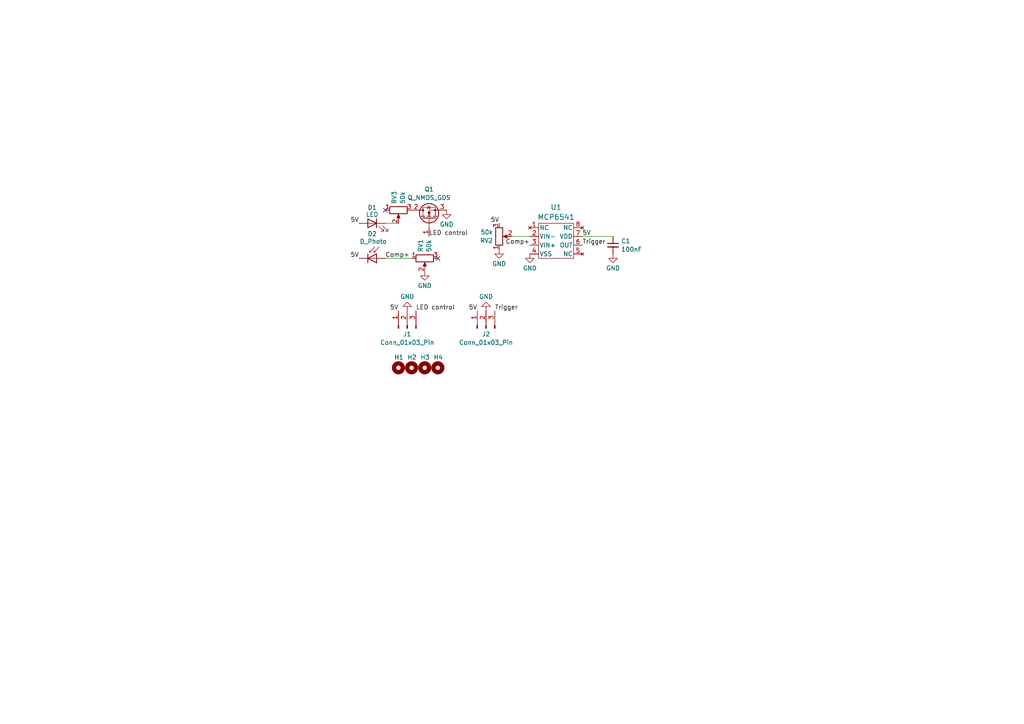
<source format=kicad_sch>
(kicad_sch (version 20231120) (generator "eeschema") (generator_version "8.0")
  (paper "A4")
  (lib_symbols
    (symbol "Connector:Conn_01x03_Pin" (pin_names (offset 1.016) hide)
      (property "Reference" "J" (at 0 5.08 0))
      (property "Value" "Conn_01x03_Pin" (at 0 -5.08 0))
      (symbol "Conn_01x03_Pin_1_1"
        (polyline (pts (xy 1.27 -2.54) (xy 0.8636 -2.54)) (stroke (width 0.1524)))
        (polyline (pts (xy 1.27 0) (xy 0.8636 0)) (stroke (width 0.1524)))
        (polyline (pts (xy 1.27 2.54) (xy 0.8636 2.54)) (stroke (width 0.1524)))
        (rectangle (start 0.8636 -2.413) (end 0 -2.667) (stroke (width 0.1524)) (fill (type outline)))
        (rectangle (start 0.8636 0.127) (end 0 -0.127) (stroke (width 0.1524)) (fill (type outline)))
        (rectangle (start 0.8636 2.667) (end 0 2.413) (stroke (width 0.1524)) (fill (type outline)))
        (pin passive line (at 5.08 2.54 180) (length 3.81) (name "Pin_1") (number "1"))
        (pin passive line (at 5.08 0 180) (length 3.81) (name "Pin_2") (number "2"))
        (pin passive line (at 5.08 -2.54 180) (length 3.81) (name "Pin_3") (number "3"))
      )
    )
    (symbol "Custom:MCP6541" (pin_names (offset 0.254))
      (property "Reference" "U" (at 12.7 7.112 0))
      (property "Value" "MCP6541" (at 12.7 4.572 0))
      (symbol "MCP6541_1_1"
        (rectangle (start 7.62 1.27) (end 17.78 -8.89))
        (pin no_connect line (at 5.08 0 0) (length 2.54) (name "NC") (number "1"))
        (pin input line (at 5.08 -2.54 0) (length 2.54) (name "VIN-") (number "2"))
        (pin input line (at 5.08 -5.08 0) (length 2.54) (name "VIN+") (number "3"))
        (pin unspecified line (at 5.08 -7.62 0) (length 2.54) (name "VSS") (number "4"))
        (pin no_connect line (at 20.32 -7.62 180) (length 2.54) (name "NC") (number "5"))
        (pin unspecified line (at 20.32 -5.08 180) (length 2.54) (name "OUT") (number "6"))
        (pin unspecified line (at 20.32 -2.54 180) (length 2.54) (name "VDD") (number "7"))
        (pin no_connect line (at 20.32 0 180) (length 2.54) (name "NC") (number "8"))
      )
    )
    (symbol "Device:C_Small" (pin_numbers hide) (pin_names (offset 0.254) hide)
      (property "Reference" "C" (at 0.254 1.778 0))
      (property "Value" "C_Small" (at 0.254 -2.032 0))
      (symbol "C_Small_0_1"
        (polyline (pts (xy -1.524 -0.508) (xy 1.524 -0.508)) (stroke (width 0.3302)))
        (polyline (pts (xy -1.524 0.508) (xy 1.524 0.508)) (stroke (width 0.3048)))
      )
      (symbol "C_Small_1_1"
        (pin passive line (at 0 2.54 270) (length 2.032) (name "~") (number "1"))
        (pin passive line (at 0 -2.54 90) (length 2.032) (name "~") (number "2"))
      )
    )
    (symbol "Device:D_Photo" (pin_numbers hide) (pin_names hide)
      (property "Reference" "D" (at 0.508 1.778 0))
      (property "Value" "D_Photo" (at -1.016 -2.794 0))
      (symbol "D_Photo_0_1"
        (polyline (pts (xy -2.54 1.27) (xy -2.54 -1.27)) (stroke (width 0.254)))
        (polyline (pts (xy -2.032 1.778) (xy -1.524 1.778)))
        (polyline (pts (xy 0 0) (xy -2.54 0)))
        (polyline (pts (xy -0.508 3.302) (xy -2.032 1.778) (xy -2.032 2.286)))
        (polyline (pts (xy 0 -1.27) (xy 0 1.27) (xy -2.54 0) (xy 0 -1.27)) (stroke (width 0.254)))
        (polyline (pts (xy 0.762 3.302) (xy -0.762 1.778) (xy -0.762 2.286) (xy -0.762 1.778) (xy -0.254 1.778)))
      )
      (symbol "D_Photo_1_1"
        (pin passive line (at -5.08 0 0) (length 2.54) (name "K") (number "1"))
        (pin passive line (at 2.54 0 180) (length 2.54) (name "A") (number "2"))
      )
    )
    (symbol "Device:LED" (pin_numbers hide) (pin_names (offset 1.016) hide)
      (property "Reference" "D" (at 0 2.54 0))
      (property "Value" "LED" (at 0 -2.54 0))
      (symbol "LED_0_1"
        (polyline (pts (xy -1.27 -1.27) (xy -1.27 1.27)) (stroke (width 0.254)))
        (polyline (pts (xy -1.27 0) (xy 1.27 0)))
        (polyline (pts (xy 1.27 -1.27) (xy 1.27 1.27) (xy -1.27 0) (xy 1.27 -1.27)) (stroke (width 0.254)))
        (polyline (pts (xy -3.048 -0.762) (xy -4.572 -2.286) (xy -3.81 -2.286) (xy -4.572 -2.286) (xy -4.572 -1.524)))
        (polyline (pts (xy -1.778 -0.762) (xy -3.302 -2.286) (xy -2.54 -2.286) (xy -3.302 -2.286) (xy -3.302 -1.524)))
      )
      (symbol "LED_1_1"
        (pin passive line (at -3.81 0 0) (length 2.54) (name "K") (number "1"))
        (pin passive line (at 3.81 0 180) (length 2.54) (name "A") (number "2"))
      )
    )
    (symbol "Device:Q_NMOS_GDS" (pin_names (offset 0) hide)
      (property "Reference" "Q" (at 5.08 1.27 0))
      (property "Value" "Q_NMOS_GDS" (at 5.08 -1.27 0))
      (symbol "Q_NMOS_GDS_0_1"
        (polyline (pts (xy 0.254 0) (xy -2.54 0)))
        (polyline (pts (xy 0.254 1.905) (xy 0.254 -1.905)) (stroke (width 0.254)))
        (polyline (pts (xy 0.762 -1.27) (xy 0.762 -2.286)) (stroke (width 0.254)))
        (polyline (pts (xy 0.762 0.508) (xy 0.762 -0.508)) (stroke (width 0.254)))
        (polyline (pts (xy 0.762 2.286) (xy 0.762 1.27)) (stroke (width 0.254)))
        (polyline (pts (xy 2.54 2.54) (xy 2.54 1.778)))
        (polyline (pts (xy 2.54 -2.54) (xy 2.54 0) (xy 0.762 0)))
        (polyline (pts (xy 0.762 -1.778) (xy 3.302 -1.778) (xy 3.302 1.778) (xy 0.762 1.778)))
        (polyline (pts (xy 1.016 0) (xy 2.032 0.381) (xy 2.032 -0.381) (xy 1.016 0)) (fill (type outline)))
        (polyline (pts (xy 2.794 0.508) (xy 2.921 0.381) (xy 3.683 0.381) (xy 3.81 0.254)))
        (polyline (pts (xy 3.302 0.381) (xy 2.921 -0.254) (xy 3.683 -0.254) (xy 3.302 0.381)))
        (circle (center 1.651 0) (radius 2.794) (stroke (width 0.254)))
        (circle (center 2.54 -1.778) (radius 0.254) (fill (type outline)))
        (circle (center 2.54 1.778) (radius 0.254) (fill (type outline)))
      )
      (symbol "Q_NMOS_GDS_1_1"
        (pin input line (at -5.08 0 0) (length 2.54) (name "G") (number "1"))
        (pin passive line (at 2.54 5.08 270) (length 2.54) (name "D") (number "2"))
        (pin passive line (at 2.54 -5.08 90) (length 2.54) (name "S") (number "3"))
      )
    )
    (symbol "Device:R_Potentiometer" (pin_names (offset 1.016) hide)
      (property "Reference" "RV" (at -4.445 0 90))
      (property "Value" "R_Potentiometer" (at -2.54 0 90))
      (symbol "R_Potentiometer_0_1"
        (polyline (pts (xy 2.54 0) (xy 1.524 0)))
        (polyline (pts (xy 1.143 0) (xy 2.286 0.508) (xy 2.286 -0.508) (xy 1.143 0)) (fill (type outline)))
        (rectangle (start 1.016 2.54) (end -1.016 -2.54) (stroke (width 0.254)))
      )
      (symbol "R_Potentiometer_1_1"
        (pin passive line (at 0 3.81 270) (length 1.27) (name "1") (number "1"))
        (pin passive line (at 3.81 0 180) (length 1.27) (name "2") (number "2"))
        (pin passive line (at 0 -3.81 90) (length 1.27) (name "3") (number "3"))
      )
    )
    (symbol "Mechanical:MountingHole" (pin_names (offset 1.016)) (exclude_from_sim yes) (in_bom no)
      (property "Reference" "H" (at 0 5.08 0))
      (property "Value" "MountingHole" (at 0 3.175 0))
      (symbol "MountingHole_0_1"
        (circle (center 0 0) (radius 1.27) (stroke (width 1.27)))
      )
    )
    (symbol "power:GND" (power) (pin_numbers hide) (pin_names (offset 0) hide)
      (property "Value" "GND" (at 0 -3.81 0))
      (symbol "GND_0_1"
        (polyline (pts (xy 0 0) (xy 0 -1.27) (xy 1.27 -1.27) (xy 0 -2.54) (xy -1.27 -1.27) (xy 0 -1.27)))
      )
      (symbol "GND_1_1"
        (pin power_in line (at 0 0 270) (length 0) (name "~") (number "1"))
      )
    )
  )
  (no_connect (at 111.76 60.96))
  (no_connect (at 127 74.93))
  (wire (pts (xy 111.76 64.77) (xy 115.57 64.77)))
  (wire (pts (xy 148.59 68.58) (xy 153.67 68.58)))
  (wire (pts (xy 111.76 74.93) (xy 119.38 74.93)))
  (wire (pts (xy 168.91 68.58) (xy 177.8 68.58)))
  (label "LED control" (at 120.65 90.17 0))
  (label "LED control" (at 124.46 68.58 0))
  (label "5V" (at 144.78 64.77 180))
  (label "Comp+" (at 153.67 71.12 180))
  (label "5V" (at 104.14 74.93 180))
  (label "5V" (at 138.43 90.17 180))
  (label "5V" (at 115.57 90.17 180))
  (label "Comp+" (at 111.76 74.93 0))
  (label "Trigger" (at 168.91 71.12 0))
  (label "5V" (at 104.14 64.77 180))
  (label "5V" (at 168.91 68.58 0))
  (label "Trigger" (at 143.51 90.17 0))
  (symbol (lib_id "Mechanical:MountingHole") (at 127 106.68 0) (unit 1) (exclude_from_sim yes) (in_bom no)
    (property "Reference" "H4" (at 125.73 103.632 0) (effects (justify left)))
    (property "Value" "MountingHole" (effects (hide yes)))
    (property "Footprint" "MountingHole:MountingHole_4.3mm_M4" (effects (hide yes)))
    (property "Datasheet" "https://www.we-online.com/components/products/datasheet/971120471.pdf" (effects (hide yes)))
    (property "Description" "Hex Standoff Threaded M4x0.7 Steel 0.472\" (12.00mm)" (effects (hide yes)))
    (property "Manufacturer" "Würth Elektronik" (effects (hide yes)))
    (property "Part" "971120471" (effects (hide yes)))
  )
  (symbol (lib_id "Mechanical:MountingHole") (at 119.38 106.68 0) (unit 1) (exclude_from_sim yes) (in_bom no)
    (property "Reference" "H2" (at 118.11 103.632 0) (effects (justify left)))
    (property "Value" "MountingHole" (effects (hide yes)))
    (property "Footprint" "MountingHole:MountingHole_4.3mm_M4" (effects (hide yes)))
    (property "Datasheet" "https://www.we-online.com/components/products/datasheet/971120471.pdf" (effects (hide yes)))
    (property "Description" "Hex Standoff Threaded M4x0.7 Steel 0.472\" (12.00mm)" (effects (hide yes)))
    (property "Manufacturer" "Würth Elektronik" (effects (hide yes)))
    (property "Part" "971120471" (effects (hide yes)))
  )
  (symbol (lib_id "Device:R_Potentiometer") (at 144.78 68.58 0) (mirror x) (unit 1)
    (property "Reference" "RV2" (at 143.002 69.7922 0) (effects (justify right)))
    (property "Value" "50k" (at 143.002 67.3679 0) (effects (justify right)))
    (property "Footprint" "Custom:TRIM_PV36W503C01B00" (effects (hide yes)))
    (property "Datasheet" "https://www.bourns.com/docs/Product-Datasheets/pv36.pdf" (effects (hide yes)))
    (property "Description" "50 kOhms 0.5W, 1/2W PC Pins Through Hole Trimmer Potentiometer Cermet 25.0 Turn Top Adjustment" (effects (hide yes)))
    (property "Manufacturer" "Bourns Inc." (effects (hide yes)))
    (property "Part" "PV36W503C01B00" (effects (hide yes)))
  )
  (symbol (lib_id "power:GND") (at 153.67 73.66 0) (unit 1)
    (property "Reference" "#PWR02" (effects (hide yes)))
    (property "Value" "GND" (at 153.67 77.7931 0))
    (property "Description" "Power symbol creates a global label with name \"GND\" , ground" (effects (hide yes)))
  )
  (symbol (lib_id "Custom:MCP6541") (at 148.59 66.04 0) (unit 1)
    (property "Reference" "U1" (at 161.29 60.1396 0) (effects (font (size 1.524 1.524))))
    (property "Value" "MCP6541" (at 161.29 62.9725 0) (effects (font (size 1.524 1.524))))
    (property "Footprint" "Custom:PDIP8_300MC_MCH" (effects (hide yes)))
    (property "Datasheet" "https://ww1.microchip.com/downloads/en/DeviceDoc/MCP6541%20Output%20SubMicroamp%20Comparators%2020001696K.pdf" (effects (hide yes)))
    (property "Description" "Comparator General Purpose CMOS, Push-Pull, Rail-to-Rail, TTL 8-PDIP" (effects (hide yes)))
    (property "Manufacturer" "Microchip Technology" (effects (hide yes)))
    (property "Part" "MCP6541-E/P" (effects (hide yes)))
  )
  (symbol (lib_id "power:GND") (at 129.54 60.96 0) (unit 1)
    (property "Reference" "#PWR05" (effects (hide yes)))
    (property "Value" "GND" (at 129.54 65.0931 0))
    (property "Description" "Power symbol creates a global label with name \"GND\" , ground" (effects (hide yes)))
  )
  (symbol (lib_id "Connector:Conn_01x03_Pin") (at 118.11 95.25 90) (unit 1)
    (property "Reference" "J1" (at 118.11 96.9193 90))
    (property "Value" "Conn_01x03_Pin" (at 118.11 99.3436 90))
    (property "Footprint" "Connector_PinHeader_2.54mm:PinHeader_1x03_P2.54mm_Vertical" (effects (hide yes)))
    (property "Datasheet" "https://cdn.amphenol-cs.com/media/wysiwyg/files/documentation/datasheet/boardwiretoboard/bwb_econostik_254headers.pdf" (effects (hide yes)))
    (property "Description" "Generic connector, single row, 01x03, script generated" (effects (hide yes)))
    (property "Manufacturer" "Amphenol ICC (FCI)" (effects (hide yes)))
    (property "Part" "10129378-903004BLF" (effects (hide yes)))
  )
  (symbol (lib_id "Device:R_Potentiometer") (at 115.57 60.96 90) (mirror x) (unit 1)
    (property "Reference" "RV3" (at 114.3578 59.182 0) (effects (justify right)))
    (property "Value" "50k" (at 116.7821 59.182 0) (effects (justify right)))
    (property "Footprint" "Custom:TRIM_PV36W503C01B00" (effects (hide yes)))
    (property "Datasheet" "https://www.bourns.com/docs/Product-Datasheets/pv36.pdf" (effects (hide yes)))
    (property "Description" "50 kOhms 0.5W, 1/2W PC Pins Through Hole Trimmer Potentiometer Cermet 25.0 Turn Top Adjustment" (effects (hide yes)))
    (property "Manufacturer" "Bourns Inc." (effects (hide yes)))
    (property "Part" "PV36W503C01B00" (effects (hide yes)))
  )
  (symbol (lib_id "power:GND") (at 118.11 90.17 180) (unit 1)
    (property "Reference" "#PWR06" (effects (hide yes)))
    (property "Value" "GND" (at 118.11 86.0369 0))
    (property "Description" "Power symbol creates a global label with name \"GND\" , ground" (effects (hide yes)))
  )
  (symbol (lib_id "power:GND") (at 144.78 72.39 0) (unit 1)
    (property "Reference" "#PWR03" (effects (hide yes)))
    (property "Value" "GND" (at 144.78 76.5231 0))
    (property "Description" "Power symbol creates a global label with name \"GND\" , ground" (effects (hide yes)))
  )
  (symbol (lib_id "Connector:Conn_01x03_Pin") (at 140.97 95.25 90) (unit 1)
    (property "Reference" "J2" (at 140.97 96.9193 90))
    (property "Value" "Conn_01x03_Pin" (at 140.97 99.3436 90))
    (property "Footprint" "Connector_PinHeader_2.54mm:PinHeader_1x03_P2.54mm_Vertical" (effects (hide yes)))
    (property "Datasheet" "https://cdn.amphenol-cs.com/media/wysiwyg/files/documentation/datasheet/boardwiretoboard/bwb_econostik_254headers.pdf" (effects (hide yes)))
    (property "Description" "Generic connector, single row, 01x03, script generated" (effects (hide yes)))
    (property "Manufacturer" "Amphenol ICC (FCI)" (effects (hide yes)))
    (property "Part" "10129378-903004BLF" (effects (hide yes)))
  )
  (symbol (lib_id "power:GND") (at 123.19 78.74 0) (unit 1)
    (property "Reference" "#PWR01" (effects (hide yes)))
    (property "Value" "GND" (at 123.19 82.8731 0))
    (property "Description" "Power symbol creates a global label with name \"GND\" , ground" (effects (hide yes)))
  )
  (symbol (lib_id "Device:R_Potentiometer") (at 123.19 74.93 90) (mirror x) (unit 1)
    (property "Reference" "RV1" (at 121.9778 73.152 0) (effects (justify right)))
    (property "Value" "50k" (at 124.4021 73.152 0) (effects (justify right)))
    (property "Footprint" "Custom:TRIM_PV36W503C01B00" (effects (hide yes)))
    (property "Datasheet" "https://www.bourns.com/docs/Product-Datasheets/pv36.pdf" (effects (hide yes)))
    (property "Description" "50 kOhms 0.5W, 1/2W PC Pins Through Hole Trimmer Potentiometer Cermet 25.0 Turn Top Adjustment" (effects (hide yes)))
    (property "Manufacturer" "Bourns Inc." (effects (hide yes)))
    (property "Part" "PV36W503C01B00" (effects (hide yes)))
  )
  (symbol (lib_id "Mechanical:MountingHole") (at 123.19 106.68 0) (unit 1) (exclude_from_sim yes) (in_bom no)
    (property "Reference" "H3" (at 121.92 103.632 0) (effects (justify left)))
    (property "Value" "MountingHole" (effects (hide yes)))
    (property "Footprint" "MountingHole:MountingHole_4.3mm_M4" (effects (hide yes)))
    (property "Datasheet" "https://www.we-online.com/components/products/datasheet/971120471.pdf" (effects (hide yes)))
    (property "Description" "Hex Standoff Threaded M4x0.7 Steel 0.472\" (12.00mm)" (effects (hide yes)))
    (property "Manufacturer" "Würth Elektronik" (effects (hide yes)))
    (property "Part" "971120471" (effects (hide yes)))
  )
  (symbol (lib_id "Device:D_Photo") (at 109.22 74.93 0) (unit 1)
    (property "Reference" "D2" (at 107.95 67.818 0))
    (property "Value" "D_Photo" (at 108.2675 70.0348 0))
    (property "Footprint" "Custom:LED_D5.0mm - nIR" (effects (hide yes)))
    (property "Datasheet" "https://look.ams-osram.com/m/3798e9afd3f63ea8/original/SFH-213-FA.pdf" (effects (hide yes)))
    (property "Description" "Photodiode" (effects (hide yes)))
    (property "Manufacturer" "ams-OSRAM USA INC." (effects (hide yes)))
    (property "Part" "SFH 213 FA" (effects (hide yes)))
  )
  (symbol (lib_id "Mechanical:MountingHole") (at 115.57 106.68 0) (unit 1) (exclude_from_sim yes) (in_bom no)
    (property "Reference" "H1" (at 114.3 103.632 0) (effects (justify left)))
    (property "Value" "MountingHole" (effects (hide yes)))
    (property "Footprint" "MountingHole:MountingHole_4.3mm_M4" (effects (hide yes)))
    (property "Datasheet" "https://www.we-online.com/components/products/datasheet/971120471.pdf" (effects (hide yes)))
    (property "Description" "Hex Standoff Threaded M4x0.7 Steel 0.472\" (12.00mm)" (effects (hide yes)))
    (property "Manufacturer" "Würth Elektronik" (effects (hide yes)))
    (property "Part" "971120471" (effects (hide yes)))
  )
  (symbol (lib_id "Device:C_Small") (at 177.8 71.12 0) (unit 1)
    (property "Reference" "C1" (at 180.1241 69.9141 0) (effects (justify left)))
    (property "Value" "100nF" (at 180.1241 72.3384 0) (effects (justify left)))
    (property "Footprint" "Capacitor_THT:C_Rect_L4.6mm_W3.0mm_P2.50mm_MKS02_FKP02" (effects (hide yes)))
    (property "Datasheet" "https://content.kemet.com/datasheets/KEM_C1050_GOLDMAX_X7R.pdf" (effects (hide yes)))
    (property "Description" "0.1 µF ±20% 50V Ceramic Capacitor X7R Radial" (effects (hide yes)))
    (property "Manufacturer" "KEMET" (effects (hide yes)))
    (property "Part" "C320C104M5R5TA" (effects (hide yes)))
  )
  (symbol (lib_id "power:GND") (at 140.97 90.17 180) (unit 1)
    (property "Reference" "#PWR07" (effects (hide yes)))
    (property "Value" "GND" (at 140.97 86.0369 0))
    (property "Description" "Power symbol creates a global label with name \"GND\" , ground" (effects (hide yes)))
  )
  (symbol (lib_id "power:GND") (at 177.8 73.66 0) (unit 1)
    (property "Reference" "#PWR04" (effects (hide yes)))
    (property "Value" "GND" (at 177.8 77.7931 0))
    (property "Description" "Power symbol creates a global label with name \"GND\" , ground" (effects (hide yes)))
  )
  (symbol (lib_id "Device:LED") (at 107.95 64.77 0) (mirror y) (unit 1)
    (property "Reference" "D1" (at 107.95 60.198 0))
    (property "Value" "LED" (at 107.95 62.23 0))
    (property "Footprint" "Custom:TO-46-2 - nIR" (effects (hide yes)))
    (property "Datasheet" "https://look.ams-osram.com/m/7a5a0eef598f4370/original/SFH-4851.pdf" (effects (hide yes)))
    (property "Description" "Infrared (IR) Emitter 850nm 1.7V 100mA 160mW/sr @ 100mA 6° TO-18-2 Metal Can" (effects (hide yes)))
    (property "Manufacturer" "ams-OSRAM USA INC." (effects (hide yes)))
    (property "Part" "SFH 4851" (effects (hide yes)))
  )
  (symbol (lib_id "Device:Q_NMOS_GDS") (at 124.46 63.5 90) (unit 1)
    (property "Reference" "Q1" (at 124.46 54.9105 90))
    (property "Value" "Q_NMOS_GDS" (at 124.46 57.3348 90))
    (property "Footprint" "Package_TO_SOT_THT:TO-251-3_Vertical" (effects (hide yes)))
    (property "Datasheet" "https://www.vishay.com/docs/91322/sihlr024.pdf" (effects (hide yes)))
    (property "Description" "N-MOSFET transistor, gate/drain/source" (effects (hide yes)))
    (property "Manufacturer" "Vishay Siliconix" (effects (hide yes)))
    (property "Part" "SIHLU024-GE3" (effects (hide yes)))
  )
)
</source>
